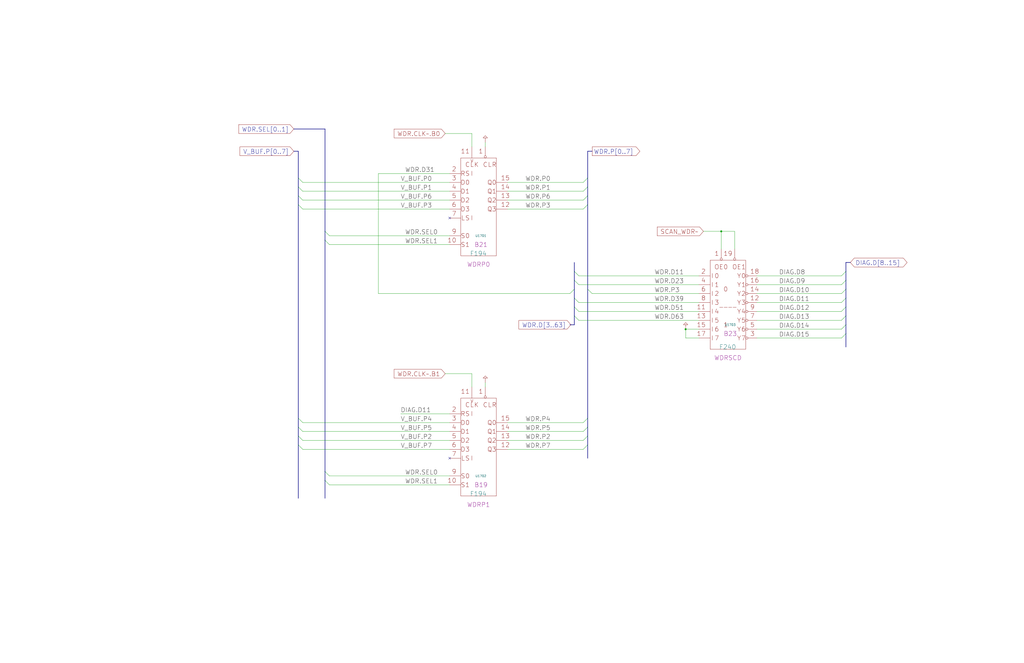
<source format=kicad_sch>
(kicad_sch (version 20211123) (generator eeschema)
  (paper "User" 584.2 378.46)
  (title_block (title "WRITE DATA REGISTER\\nPARITY BITS") (date "22-MAR-90") (rev "1.0") (comment 1 "VALUE") (comment 2 "232-003063") (comment 3 "S400") (comment 4 "RELEASED"))
  (lib_symbols
    (symbol "r1000:F194" (pin_numbers hide) (pin_names (offset 1.016) hide)
      (property "Reference" "U" (at 2.54 5.08 0))
      (property "Value" "F194" (at -3.81 -5.08 0))
      (property "Location" "___" (at -1.27 0 0))
      (property "Name" "______" (at 1.27 -12.7 0))
      (symbol "F194_1_1"
        (rectangle (start -8.89 49.53) (end 11.43 -6.35))
        (circle (center 5.08 50.165) (radius 0.635))
        (text "0" (at -12.7 2.54 0) (effects (font (size 2.54 2.54))))
        (text "0" (at -5.08 5.08 0) (effects (font (size 2.54 2.54))))
        (text "0" (at -5.08 35.56 0) (effects (font (size 2.54 2.54))))
        (text "0" (at 10.16 35.56 0) (effects (font (size 2.54 2.54))))
        (text "1" (at -15.24 2.54 0) (effects (font (size 2.54 2.54))))
        (text "1" (at -7.62 53.34 0) (effects (font (size 2.54 2.54))))
        (text "1" (at -5.08 0 0) (effects (font (size 2.54 2.54))))
        (text "1" (at -5.08 30.48 0) (effects (font (size 2.54 2.54))))
        (text "1" (at -5.08 53.34 0) (effects (font (size 2.54 2.54))))
        (text "1" (at 2.54 53.34 0) (effects (font (size 2.54 2.54))))
        (text "1" (at 10.16 30.48 0) (effects (font (size 2.54 2.54))))
        (text "1" (at 15.24 22.86 0) (effects (font (size 2.54 2.54))))
        (text "1" (at 15.24 27.94 0) (effects (font (size 2.54 2.54))))
        (text "1" (at 15.24 33.02 0) (effects (font (size 2.54 2.54))))
        (text "1" (at 15.24 38.1 0) (effects (font (size 2.54 2.54))))
        (text "2" (at -12.7 43.18 0) (effects (font (size 2.54 2.54))))
        (text "2" (at -5.08 25.4 0) (effects (font (size 2.54 2.54))))
        (text "2" (at 10.16 25.4 0) (effects (font (size 2.54 2.54))))
        (text "2" (at 17.78 22.86 0) (effects (font (size 2.54 2.54))))
        (text "3" (at -12.7 38.1 0) (effects (font (size 2.54 2.54))))
        (text "3" (at -5.08 20.32 0) (effects (font (size 2.54 2.54))))
        (text "3" (at 10.16 20.32 0) (effects (font (size 2.54 2.54))))
        (text "3" (at 17.78 27.94 0) (effects (font (size 2.54 2.54))))
        (text "4" (at -12.7 33.02 0) (effects (font (size 2.54 2.54))))
        (text "4" (at 17.78 33.02 0) (effects (font (size 2.54 2.54))))
        (text "5" (at -12.7 27.94 0) (effects (font (size 2.54 2.54))))
        (text "5" (at 17.78 38.1 0) (effects (font (size 2.54 2.54))))
        (text "6" (at -12.7 22.86 0) (effects (font (size 2.54 2.54))))
        (text "7" (at -12.7 17.78 0) (effects (font (size 2.54 2.54))))
        (text "9" (at -12.7 7.62 0) (effects (font (size 2.54 2.54))))
        (text "C" (at -5.08 45.72 0) (effects (font (size 2.54 2.54))))
        (text "C" (at 5.08 45.72 0) (effects (font (size 2.54 2.54))))
        (text "D" (at -7.62 20.32 0) (effects (font (size 2.54 2.54))))
        (text "D" (at -7.62 25.4 0) (effects (font (size 2.54 2.54))))
        (text "D" (at -7.62 30.48 0) (effects (font (size 2.54 2.54))))
        (text "D" (at -7.62 35.56 0) (effects (font (size 2.54 2.54))))
        (text "I" (at -2.54 15.24 0) (effects (font (size 2.54 2.54))))
        (text "I" (at -2.54 40.64 0) (effects (font (size 2.54 2.54))))
        (text "K" (at 0 45.72 0) (effects (font (size 2.54 2.54))))
        (text "L" (at -7.62 15.24 0) (effects (font (size 2.54 2.54))))
        (text "L" (at -2.54 45.72 0) (effects (font (size 2.54 2.54))))
        (text "L" (at 7.62 45.72 0) (effects (font (size 2.54 2.54))))
        (text "Q" (at 7.62 20.32 0) (effects (font (size 2.54 2.54))))
        (text "Q" (at 7.62 25.4 0) (effects (font (size 2.54 2.54))))
        (text "Q" (at 7.62 30.48 0) (effects (font (size 2.54 2.54))))
        (text "Q" (at 7.62 35.56 0) (effects (font (size 2.54 2.54))))
        (text "R" (at -7.62 40.64 0) (effects (font (size 2.54 2.54))))
        (text "R" (at 10.16 45.72 0) (effects (font (size 2.54 2.54))))
        (text "S" (at -7.62 0 0) (effects (font (size 2.54 2.54))))
        (text "S" (at -7.62 5.08 0) (effects (font (size 2.54 2.54))))
        (text "S" (at -5.08 15.24 0) (effects (font (size 2.54 2.54))))
        (text "S" (at -5.08 40.64 0) (effects (font (size 2.54 2.54))))
        (text "v" (at -2.54 48.26 0) (effects (font (size 2.54 2.54))))
        (pin input line (at 5.08 55.88 270) (length 5.08) (name "CLR_") (number "1"))
        (pin input line (at -15.24 0 0) (length 6.35) (name "S1") (number "10"))
        (pin input line (at -2.54 55.88 270) (length 6.35) (name "CLK") (number "11"))
        (pin output line (at 17.78 20.32 180) (length 6.35) (name "Q3") (number "12"))
        (pin output line (at 17.78 25.4 180) (length 6.35) (name "Q2") (number "13"))
        (pin output line (at 17.78 30.48 180) (length 6.35) (name "Q1") (number "14"))
        (pin output line (at 17.78 35.56 180) (length 6.35) (name "Q0") (number "15"))
        (pin input line (at -15.24 40.64 0) (length 6.35) (name "RSI") (number "2"))
        (pin input line (at -15.24 35.56 0) (length 6.35) (name "D0") (number "3"))
        (pin input line (at -15.24 30.48 0) (length 6.35) (name "D1") (number "4"))
        (pin input line (at -15.24 25.4 0) (length 6.35) (name "D2") (number "5"))
        (pin input line (at -15.24 20.32 0) (length 6.35) (name "D3") (number "6"))
        (pin input line (at -15.24 15.24 0) (length 6.35) (name "LSI") (number "7"))
        (pin input line (at -15.24 5.08 0) (length 6.35) (name "S0") (number "9"))
      )
    )
    (symbol "r1000:F240" (pin_numbers hide) (pin_names (offset 1.016) hide)
      (property "Reference" "U" (at 2.54 5.08 0))
      (property "Value" "F240" (at -3.81 -7.62 0))
      (property "Location" "___" (at -1.27 0 0))
      (property "Name" "______" (at 1.27 -15.24 0))
      (symbol "F240_1_1"
        (rectangle (start -8.89 41.91) (end 11.43 -8.89))
        (circle (center -2.54 42.545) (radius 0.635))
        (circle (center 5.08 42.545) (radius 0.635))
        (circle (center 12.065 -2.54) (radius 0.635))
        (circle (center 12.065 2.54) (radius 0.635))
        (circle (center 12.065 7.62) (radius 0.635))
        (circle (center 12.065 12.7) (radius 0.635))
        (circle (center 12.065 17.78) (radius 0.635))
        (circle (center 12.065 22.86) (radius 0.635))
        (circle (center 12.065 27.94) (radius 0.635))
        (circle (center 12.065 33.02) (radius 0.635))
        (text "-" (at -2.54 15.24 0) (effects (font (size 2.54 2.54))))
        (text "-" (at 0 15.24 0) (effects (font (size 2.54 2.54))))
        (text "-" (at 2.54 15.24 0) (effects (font (size 2.54 2.54))))
        (text "-" (at 5.08 15.24 0) (effects (font (size 2.54 2.54))))
        (text "0" (at -5.08 33.02 0) (effects (font (size 2.54 2.54))))
        (text "0" (at 0 25.4 0) (effects (font (size 2.54 2.54))))
        (text "0" (at 0 38.1 0) (effects (font (size 2.54 2.54))))
        (text "0" (at 10.16 33.02 0) (effects (font (size 2.54 2.54))))
        (text "1" (at -15.24 0 0) (effects (font (size 2.54 2.54))))
        (text "1" (at -15.24 5.08 0) (effects (font (size 2.54 2.54))))
        (text "1" (at -15.24 10.16 0) (effects (font (size 2.54 2.54))))
        (text "1" (at -15.24 15.24 0) (effects (font (size 2.54 2.54))))
        (text "1" (at -12.7 15.24 0) (effects (font (size 2.54 2.54))))
        (text "1" (at -5.08 27.94 0) (effects (font (size 2.54 2.54))))
        (text "1" (at -5.08 45.72 0) (effects (font (size 2.54 2.54))))
        (text "1" (at 0 5.08 0) (effects (font (size 2.54 2.54))))
        (text "1" (at 0 45.72 0) (effects (font (size 2.54 2.54))))
        (text "1" (at 10.16 27.94 0) (effects (font (size 2.54 2.54))))
        (text "1" (at 10.16 38.1 0) (effects (font (size 2.54 2.54))))
        (text "1" (at 15.24 20.32 0) (effects (font (size 2.54 2.54))))
        (text "1" (at 15.24 25.4 0) (effects (font (size 2.54 2.54))))
        (text "1" (at 15.24 30.48 0) (effects (font (size 2.54 2.54))))
        (text "1" (at 15.24 35.56 0) (effects (font (size 2.54 2.54))))
        (text "2" (at -12.7 35.56 0) (effects (font (size 2.54 2.54))))
        (text "2" (at -5.08 22.86 0) (effects (font (size 2.54 2.54))))
        (text "2" (at 10.16 22.86 0) (effects (font (size 2.54 2.54))))
        (text "2" (at 17.78 20.32 0) (effects (font (size 2.54 2.54))))
        (text "3" (at -12.7 10.16 0) (effects (font (size 2.54 2.54))))
        (text "3" (at -5.08 17.78 0) (effects (font (size 2.54 2.54))))
        (text "3" (at 10.16 17.78 0) (effects (font (size 2.54 2.54))))
        (text "3" (at 15.24 0 0) (effects (font (size 2.54 2.54))))
        (text "4" (at -12.7 30.48 0) (effects (font (size 2.54 2.54))))
        (text "4" (at -5.08 12.7 0) (effects (font (size 2.54 2.54))))
        (text "4" (at 10.16 12.7 0) (effects (font (size 2.54 2.54))))
        (text "4" (at 17.78 25.4 0) (effects (font (size 2.54 2.54))))
        (text "5" (at -12.7 5.08 0) (effects (font (size 2.54 2.54))))
        (text "5" (at -5.08 7.62 0) (effects (font (size 2.54 2.54))))
        (text "5" (at 10.16 7.62 0) (effects (font (size 2.54 2.54))))
        (text "5" (at 15.24 5.08 0) (effects (font (size 2.54 2.54))))
        (text "6" (at -12.7 25.4 0) (effects (font (size 2.54 2.54))))
        (text "6" (at -5.08 2.54 0) (effects (font (size 2.54 2.54))))
        (text "6" (at 10.16 2.54 0) (effects (font (size 2.54 2.54))))
        (text "6" (at 17.78 30.48 0) (effects (font (size 2.54 2.54))))
        (text "7" (at -12.7 0 0) (effects (font (size 2.54 2.54))))
        (text "7" (at -5.08 -2.54 0) (effects (font (size 2.54 2.54))))
        (text "7" (at 10.16 -2.54 0) (effects (font (size 2.54 2.54))))
        (text "7" (at 15.24 10.16 0) (effects (font (size 2.54 2.54))))
        (text "8" (at -12.7 20.32 0) (effects (font (size 2.54 2.54))))
        (text "8" (at 17.78 35.56 0) (effects (font (size 2.54 2.54))))
        (text "9" (at 2.54 45.72 0) (effects (font (size 2.54 2.54))))
        (text "9" (at 15.24 15.24 0) (effects (font (size 2.54 2.54))))
        (text "E" (at -2.54 38.1 0) (effects (font (size 2.54 2.54))))
        (text "E" (at 7.62 38.1 0) (effects (font (size 2.54 2.54))))
        (text "I" (at -7.62 -2.54 0) (effects (font (size 2.54 2.54))))
        (text "I" (at -7.62 2.54 0) (effects (font (size 2.54 2.54))))
        (text "I" (at -7.62 7.62 0) (effects (font (size 2.54 2.54))))
        (text "I" (at -7.62 12.7 0) (effects (font (size 2.54 2.54))))
        (text "I" (at -7.62 17.78 0) (effects (font (size 2.54 2.54))))
        (text "I" (at -7.62 22.86 0) (effects (font (size 2.54 2.54))))
        (text "I" (at -7.62 27.94 0) (effects (font (size 2.54 2.54))))
        (text "I" (at -7.62 33.02 0) (effects (font (size 2.54 2.54))))
        (text "O" (at -5.08 38.1 0) (effects (font (size 2.54 2.54))))
        (text "O" (at 5.08 38.1 0) (effects (font (size 2.54 2.54))))
        (text "Y" (at 7.62 -2.54 0) (effects (font (size 2.54 2.54))))
        (text "Y" (at 7.62 2.54 0) (effects (font (size 2.54 2.54))))
        (text "Y" (at 7.62 7.62 0) (effects (font (size 2.54 2.54))))
        (text "Y" (at 7.62 12.7 0) (effects (font (size 2.54 2.54))))
        (text "Y" (at 7.62 17.78 0) (effects (font (size 2.54 2.54))))
        (text "Y" (at 7.62 22.86 0) (effects (font (size 2.54 2.54))))
        (text "Y" (at 7.62 27.94 0) (effects (font (size 2.54 2.54))))
        (text "Y" (at 7.62 33.02 0) (effects (font (size 2.54 2.54))))
        (pin input line (at -2.54 48.26 270) (length 5.08) (name "OE0_") (number "1"))
        (pin input line (at -15.24 12.7 0) (length 6.35) (name "I4") (number "11"))
        (pin tri_state line (at 17.78 17.78 180) (length 5.08) (name "Y3_") (number "12"))
        (pin input line (at -15.24 7.62 0) (length 6.35) (name "I5") (number "13"))
        (pin tri_state line (at 17.78 22.86 180) (length 5.08) (name "Y2_") (number "14"))
        (pin input line (at -15.24 2.54 0) (length 6.35) (name "I6") (number "15"))
        (pin tri_state line (at 17.78 27.94 180) (length 5.08) (name "Y1_") (number "16"))
        (pin input line (at -15.24 -2.54 0) (length 6.35) (name "I7") (number "17"))
        (pin tri_state line (at 17.78 33.02 180) (length 5.08) (name "Y0_") (number "18"))
        (pin input line (at 5.08 48.26 270) (length 5.08) (name "OE1_") (number "19"))
        (pin input line (at -15.24 33.02 0) (length 6.35) (name "I0") (number "2"))
        (pin tri_state line (at 17.78 -2.54 180) (length 5.08) (name "Y7_") (number "3"))
        (pin input line (at -15.24 27.94 0) (length 6.35) (name "I1") (number "4"))
        (pin tri_state line (at 17.78 2.54 180) (length 5.08) (name "Y6_") (number "5"))
        (pin input line (at -15.24 22.86 0) (length 6.35) (name "I2") (number "6"))
        (pin tri_state line (at 17.78 7.62 180) (length 5.08) (name "Y5_") (number "7"))
        (pin input line (at -15.24 17.78 0) (length 6.35) (name "I3") (number "8"))
        (pin tri_state line (at 17.78 12.7 180) (length 5.08) (name "Y4_") (number "9"))
      )
    )
    (symbol "r1000:PU" (power) (pin_numbers hide) (pin_names hide)
      (symbol "PU_0_1"
        (polyline (pts (xy 0 2.54) (xy -1.27 2.54) (xy 0 3.81) (xy 1.27 2.54) (xy 0 2.54)) (stroke (width 0.1524)))
      )
      (symbol "PU_1_1"
        (pin power_in line (at 0 0 90) (length 2.54) (name "PU") (number "1"))
      )
    )
  )
  (bus (pts (xy 167.64 73.66) (xy 185.42 73.66)))
  (bus (pts (xy 167.64 86.36) (xy 170.18 86.36)))
  (bus (pts (xy 170.18 101.6) (xy 170.18 106.68)))
  (bus (pts (xy 170.18 106.68) (xy 170.18 111.76)))
  (bus (pts (xy 170.18 111.76) (xy 170.18 116.84)))
  (bus (pts (xy 170.18 116.84) (xy 170.18 238.76)))
  (bus (pts (xy 170.18 238.76) (xy 170.18 243.84)))
  (bus (pts (xy 170.18 243.84) (xy 170.18 248.92)))
  (bus (pts (xy 170.18 248.92) (xy 170.18 254)))
  (bus (pts (xy 170.18 254) (xy 170.18 284.48)))
  (bus (pts (xy 170.18 86.36) (xy 170.18 101.6)))
  (bus (pts (xy 185.42 132.08) (xy 185.42 137.16)))
  (bus (pts (xy 185.42 137.16) (xy 185.42 269.24)))
  (bus (pts (xy 185.42 269.24) (xy 185.42 274.32)))
  (bus (pts (xy 185.42 274.32) (xy 185.42 284.48)))
  (bus (pts (xy 185.42 73.66) (xy 185.42 132.08)))
  (bus (pts (xy 325.12 185.42) (xy 327.66 185.42)))
  (bus (pts (xy 327.66 149.86) (xy 327.66 154.94)))
  (bus (pts (xy 327.66 154.94) (xy 327.66 160.02)))
  (bus (pts (xy 327.66 160.02) (xy 327.66 165.1)))
  (bus (pts (xy 327.66 165.1) (xy 327.66 170.18)))
  (bus (pts (xy 327.66 170.18) (xy 327.66 175.26)))
  (bus (pts (xy 327.66 175.26) (xy 327.66 180.34)))
  (bus (pts (xy 327.66 180.34) (xy 327.66 185.42)))
  (bus (pts (xy 335.28 101.6) (xy 335.28 106.68)))
  (bus (pts (xy 335.28 106.68) (xy 335.28 111.76)))
  (bus (pts (xy 335.28 111.76) (xy 335.28 116.84)))
  (bus (pts (xy 335.28 116.84) (xy 335.28 165.1)))
  (bus (pts (xy 335.28 165.1) (xy 335.28 238.76)))
  (bus (pts (xy 335.28 238.76) (xy 335.28 243.84)))
  (bus (pts (xy 335.28 243.84) (xy 335.28 248.92)))
  (bus (pts (xy 335.28 248.92) (xy 335.28 254)))
  (bus (pts (xy 335.28 254) (xy 335.28 261.62)))
  (bus (pts (xy 335.28 86.36) (xy 335.28 101.6)))
  (bus (pts (xy 337.82 86.36) (xy 335.28 86.36)))
  (bus (pts (xy 482.6 149.86) (xy 482.6 154.94)))
  (bus (pts (xy 482.6 154.94) (xy 482.6 160.02)))
  (bus (pts (xy 482.6 160.02) (xy 482.6 165.1)))
  (bus (pts (xy 482.6 165.1) (xy 482.6 170.18)))
  (bus (pts (xy 482.6 170.18) (xy 482.6 175.26)))
  (bus (pts (xy 482.6 175.26) (xy 482.6 180.34)))
  (bus (pts (xy 482.6 180.34) (xy 482.6 185.42)))
  (bus (pts (xy 482.6 185.42) (xy 482.6 190.5)))
  (bus (pts (xy 482.6 190.5) (xy 482.6 198.12)))
  (bus (pts (xy 485.14 149.86) (xy 482.6 149.86)))
  (wire (pts (xy 172.72 104.14) (xy 256.54 104.14)))
  (wire (pts (xy 172.72 109.22) (xy 256.54 109.22)))
  (wire (pts (xy 172.72 114.3) (xy 256.54 114.3)))
  (wire (pts (xy 172.72 119.38) (xy 256.54 119.38)))
  (wire (pts (xy 172.72 241.3) (xy 256.54 241.3)))
  (wire (pts (xy 172.72 246.38) (xy 256.54 246.38)))
  (wire (pts (xy 172.72 251.46) (xy 256.54 251.46)))
  (wire (pts (xy 172.72 256.54) (xy 256.54 256.54)))
  (wire (pts (xy 187.96 134.62) (xy 256.54 134.62)))
  (wire (pts (xy 187.96 139.7) (xy 256.54 139.7)))
  (wire (pts (xy 187.96 271.78) (xy 256.54 271.78)))
  (wire (pts (xy 187.96 276.86) (xy 256.54 276.86)))
  (wire (pts (xy 215.9 167.64) (xy 215.9 99.06)))
  (wire (pts (xy 215.9 99.06) (xy 256.54 99.06)))
  (wire (pts (xy 228.6 236.22) (xy 256.54 236.22)))
  (wire (pts (xy 254 213.36) (xy 269.24 213.36)))
  (wire (pts (xy 254 76.2) (xy 269.24 76.2)))
  (wire (pts (xy 269.24 213.36) (xy 269.24 220.98)))
  (wire (pts (xy 269.24 76.2) (xy 269.24 83.82)))
  (wire (pts (xy 276.86 218.44) (xy 276.86 220.98)))
  (wire (pts (xy 276.86 81.28) (xy 276.86 83.82)))
  (wire (pts (xy 289.56 104.14) (xy 332.74 104.14)))
  (wire (pts (xy 289.56 109.22) (xy 332.74 109.22)))
  (wire (pts (xy 289.56 114.3) (xy 332.74 114.3)))
  (wire (pts (xy 289.56 119.38) (xy 332.74 119.38)))
  (wire (pts (xy 289.56 241.3) (xy 332.74 241.3)))
  (wire (pts (xy 289.56 246.38) (xy 332.74 246.38)))
  (wire (pts (xy 289.56 251.46) (xy 332.74 251.46)))
  (wire (pts (xy 289.56 256.54) (xy 332.74 256.54)))
  (wire (pts (xy 325.12 167.64) (xy 215.9 167.64)))
  (wire (pts (xy 330.2 157.48) (xy 398.78 157.48)))
  (wire (pts (xy 330.2 162.56) (xy 398.78 162.56)))
  (wire (pts (xy 330.2 172.72) (xy 398.78 172.72)))
  (wire (pts (xy 330.2 177.8) (xy 398.78 177.8)))
  (wire (pts (xy 330.2 182.88) (xy 398.78 182.88)))
  (wire (pts (xy 337.82 167.64) (xy 398.78 167.64)))
  (wire (pts (xy 391.16 187.96) (xy 398.78 187.96)))
  (wire (pts (xy 391.16 193.04) (xy 391.16 187.96)))
  (wire (pts (xy 398.78 193.04) (xy 391.16 193.04)))
  (wire (pts (xy 401.32 132.08) (xy 411.48 132.08)))
  (wire (pts (xy 411.48 132.08) (xy 411.48 142.24)))
  (wire (pts (xy 411.48 132.08) (xy 419.1 132.08)))
  (wire (pts (xy 419.1 132.08) (xy 419.1 142.24)))
  (wire (pts (xy 431.8 157.48) (xy 480.06 157.48)))
  (wire (pts (xy 431.8 162.56) (xy 480.06 162.56)))
  (wire (pts (xy 431.8 167.64) (xy 480.06 167.64)))
  (wire (pts (xy 431.8 172.72) (xy 480.06 172.72)))
  (wire (pts (xy 431.8 177.8) (xy 480.06 177.8)))
  (wire (pts (xy 431.8 182.88) (xy 480.06 182.88)))
  (wire (pts (xy 431.8 187.96) (xy 480.06 187.96)))
  (wire (pts (xy 431.8 193.04) (xy 480.06 193.04)))
  (global_label "WDR.SEL[0..1]" (shape input) (at 167.64 73.66 180) (effects (font (size 2.54 2.54))) (property "Intersheet References" "${INTERSHEET_REFS}" (at 136.2045 73.5013 0) (effects (font (size 2.54 2.54)) (justify right))))
  (global_label "V_BUF.P[0..7]" (shape input) (at 167.64 86.36 180) (effects (font (size 2.54 2.54))) (property "Intersheet References" "${INTERSHEET_REFS}" (at 136.2045 86.2013 0) (effects (font (size 2.54 2.54)) (justify right))))
  (bus_entry (at 170.18 101.6) (size 2.54 2.54))
  (bus_entry (at 170.18 106.68) (size 2.54 2.54))
  (bus_entry (at 170.18 111.76) (size 2.54 2.54))
  (bus_entry (at 170.18 116.84) (size 2.54 2.54))
  (bus_entry (at 170.18 238.76) (size 2.54 2.54))
  (bus_entry (at 170.18 243.84) (size 2.54 2.54))
  (bus_entry (at 170.18 248.92) (size 2.54 2.54))
  (bus_entry (at 170.18 254) (size 2.54 2.54))
  (bus_entry (at 185.42 132.08) (size 2.54 2.54))
  (bus_entry (at 185.42 137.16) (size 2.54 2.54))
  (bus_entry (at 185.42 269.24) (size 2.54 2.54))
  (bus_entry (at 185.42 274.32) (size 2.54 2.54))
  (label "V_BUF.P0" (at 228.6 104.14 0) (effects (font (size 2.54 2.54))))
  (label "V_BUF.P1" (at 228.6 109.22 0) (effects (font (size 2.54 2.54))))
  (label "V_BUF.P6" (at 228.6 114.3 0) (effects (font (size 2.54 2.54))))
  (label "V_BUF.P3" (at 228.6 119.38 0) (effects (font (size 2.54 2.54))))
  (label "DIAG.D11" (at 228.6 236.22 0) (effects (font (size 2.54 2.54))))
  (label "V_BUF.P4" (at 228.6 241.3 0) (effects (font (size 2.54 2.54))))
  (label "V_BUF.P5" (at 228.6 246.38 0) (effects (font (size 2.54 2.54))))
  (label "V_BUF.P2" (at 228.6 251.46 0) (effects (font (size 2.54 2.54))))
  (label "V_BUF.P7" (at 228.6 256.54 0) (effects (font (size 2.54 2.54))))
  (label "WDR.D31" (at 231.14 99.06 0) (effects (font (size 2.54 2.54))))
  (label "WDR.SEL0" (at 231.14 134.62 0) (effects (font (size 2.54 2.54))))
  (label "WDR.SEL1" (at 231.14 139.7 0) (effects (font (size 2.54 2.54))))
  (label "WDR.SEL0" (at 231.14 271.78 0) (effects (font (size 2.54 2.54))))
  (label "WDR.SEL1" (at 231.14 276.86 0) (effects (font (size 2.54 2.54))))
  (global_label "WDR.CLK~.B0" (shape input) (at 254 76.2 180) (effects (font (size 2.54 2.54))) (property "Intersheet References" "${INTERSHEET_REFS}" (at 224.8626 76.0413 0) (effects (font (size 2.54 2.54)) (justify right))))
  (global_label "WDR.CLK~.B1" (shape input) (at 254 213.36 180) (effects (font (size 2.54 2.54))) (property "Intersheet References" "${INTERSHEET_REFS}" (at 224.8626 213.2013 0) (effects (font (size 2.54 2.54)) (justify right))))
  (no_connect (at 256.54 124.46))
  (no_connect (at 256.54 261.62))
  (symbol (lib_id "r1000:F194") (at 271.78 139.7 0) (unit 1)
    (property "Reference" "U1701" (at 274.32 134.62 0))
    (property "Value" "F194" (at 267.97 144.78 0) (effects (font (size 2.54 2.54)) (justify left)))
    (property "Location" "B21" (at 270.51 139.7 0) (effects (font (size 2.54 2.54)) (justify left)))
    (property "Name" "WDRP0" (at 273.05 152.4 0) (effects (font (size 2.54 2.54)) (justify bottom)))
  )
  (symbol (lib_id "r1000:F194") (at 271.78 276.86 0) (unit 1)
    (property "Reference" "U1702" (at 274.32 271.78 0))
    (property "Value" "F194" (at 267.97 281.94 0) (effects (font (size 2.54 2.54)) (justify left)))
    (property "Location" "B19" (at 270.51 276.86 0) (effects (font (size 2.54 2.54)) (justify left)))
    (property "Name" "WDRP1" (at 273.05 289.56 0) (effects (font (size 2.54 2.54)) (justify bottom)))
  )
  (symbol (lib_id "r1000:PU") (at 276.86 81.28 0) (unit 1)
    (property "Reference" "#PWR01701" (effects hide))
    (property "Value" "PU" (effects hide))
  )
  (symbol (lib_id "r1000:PU") (at 276.86 218.44 0) (unit 1)
    (property "Reference" "#PWR01702" (effects hide))
    (property "Value" "PU" (effects hide))
  )
  (label "WDR.P0" (at 299.72 104.14 0) (effects (font (size 2.54 2.54))))
  (label "WDR.P1" (at 299.72 109.22 0) (effects (font (size 2.54 2.54))))
  (label "WDR.P6" (at 299.72 114.3 0) (effects (font (size 2.54 2.54))))
  (label "WDR.P3" (at 299.72 119.38 0) (effects (font (size 2.54 2.54))))
  (label "WDR.P4" (at 299.72 241.3 0) (effects (font (size 2.54 2.54))))
  (label "WDR.P5" (at 299.72 246.38 0) (effects (font (size 2.54 2.54))))
  (label "WDR.P2" (at 299.72 251.46 0) (effects (font (size 2.54 2.54))))
  (label "WDR.P7" (at 299.72 256.54 0) (effects (font (size 2.54 2.54))))
  (global_label "WDR.D[3..63]" (shape input) (at 325.7017 185.42 180) (effects (font (size 2.54 2.54))) (property "Intersheet References" "${INTERSHEET_REFS}" (at 296.0805 185.2613 0) (effects (font (size 2.54 2.54)) (justify right))))
  (bus_entry (at 327.66 154.94) (size 2.54 2.54))
  (bus_entry (at 327.66 160.02) (size 2.54 2.54))
  (bus_entry (at 327.66 165.1) (size -2.54 2.54))
  (bus_entry (at 327.66 170.18) (size 2.54 2.54))
  (bus_entry (at 327.66 175.26) (size 2.54 2.54))
  (bus_entry (at 327.66 180.34) (size 2.54 2.54))
  (bus_entry (at 335.28 101.6) (size -2.54 2.54))
  (bus_entry (at 335.28 106.68) (size -2.54 2.54))
  (bus_entry (at 335.28 111.76) (size -2.54 2.54))
  (bus_entry (at 335.28 116.84) (size -2.54 2.54))
  (bus_entry (at 335.28 165.1) (size 2.54 2.54))
  (bus_entry (at 335.28 238.76) (size -2.54 2.54))
  (bus_entry (at 335.28 243.84) (size -2.54 2.54))
  (bus_entry (at 335.28 248.92) (size -2.54 2.54))
  (bus_entry (at 335.28 254) (size -2.54 2.54))
  (global_label "WDR.P[0..7]" (shape output) (at 337.82 86.36 0) (effects (font (size 2.54 2.54))) (property "Intersheet References" "${INTERSHEET_REFS}" (at 365.0222 86.2013 0) (effects (font (size 2.54 2.54)) (justify left))))
  (label "WDR.D11" (at 373.38 157.48 0) (effects (font (size 2.54 2.54))))
  (label "WDR.D23" (at 373.38 162.56 0) (effects (font (size 2.54 2.54))))
  (label "WDR.P3" (at 373.38 167.64 0) (effects (font (size 2.54 2.54))))
  (label "WDR.D39" (at 373.38 172.72 0) (effects (font (size 2.54 2.54))))
  (label "WDR.D51" (at 373.38 177.8 0) (effects (font (size 2.54 2.54))))
  (label "WDR.D63" (at 373.38 182.88 0) (effects (font (size 2.54 2.54))))
  (junction (at 391.16 187.96))
  (symbol (lib_id "r1000:PU") (at 391.16 187.96 0) (unit 1)
    (property "Reference" "#PWR01703" (effects hide))
    (property "Value" "PU" (effects hide))
  )
  (global_label "SCAN_WDR~" (shape input) (at 401.32 132.08 180) (effects (font (size 2.54 2.54))) (property "Intersheet References" "${INTERSHEET_REFS}" (at 374.9645 131.9213 0) (effects (font (size 2.54 2.54)) (justify right))))
  (junction (at 411.48 132.08))
  (symbol (lib_id "r1000:F240") (at 414.02 190.5 0) (unit 1)
    (property "Reference" "U1703" (at 416.56 185.42 0))
    (property "Value" "F240" (at 410.21 198.12 0) (effects (font (size 2.54 2.54)) (justify left)))
    (property "Location" "B23" (at 412.75 190.5 0) (effects (font (size 2.54 2.54)) (justify left)))
    (property "Name" "WDRSCD" (at 415.29 205.74 0) (effects (font (size 2.54 2.54)) (justify bottom)))
  )
  (label "DIAG.D8" (at 444.5 157.48 0) (effects (font (size 2.54 2.54))))
  (label "DIAG.D9" (at 444.5 162.56 0) (effects (font (size 2.54 2.54))))
  (label "DIAG.D10" (at 444.5 167.64 0) (effects (font (size 2.54 2.54))))
  (label "DIAG.D11" (at 444.5 172.72 0) (effects (font (size 2.54 2.54))))
  (label "DIAG.D12" (at 444.5 177.8 0) (effects (font (size 2.54 2.54))))
  (label "DIAG.D13" (at 444.5 182.88 0) (effects (font (size 2.54 2.54))))
  (label "DIAG.D14" (at 444.5 187.96 0) (effects (font (size 2.54 2.54))))
  (label "DIAG.D15" (at 444.5 193.04 0) (effects (font (size 2.54 2.54))))
  (bus_entry (at 482.6 154.94) (size -2.54 2.54))
  (bus_entry (at 482.6 160.02) (size -2.54 2.54))
  (bus_entry (at 482.6 165.1) (size -2.54 2.54))
  (bus_entry (at 482.6 170.18) (size -2.54 2.54))
  (bus_entry (at 482.6 175.26) (size -2.54 2.54))
  (bus_entry (at 482.6 180.34) (size -2.54 2.54))
  (bus_entry (at 482.6 185.42) (size -2.54 2.54))
  (bus_entry (at 482.6 190.5) (size -2.54 2.54))
  (global_label "DIAG.D[8..15]" (shape bidirectional) (at 485.14 149.86 0) (effects (font (size 2.54 2.54))) (property "Intersheet References" "${INTERSHEET_REFS}" (at 515.245 149.7013 0) (effects (font (size 2.54 2.54)) (justify left))))
)
</source>
